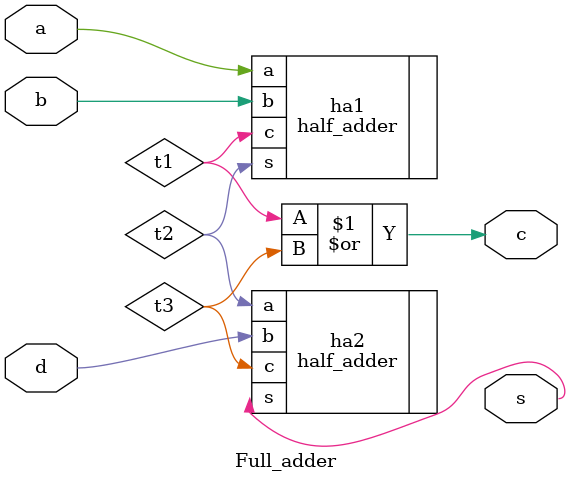
<source format=v>
`timescale 1ns / 1ps
module Full_adder(
    input a, b, d,
    output c, s
);
    wire t1, t2, t3;

    // First half-adder
    half_adder ha1(
        .a(a),
        .b(b),
        .c(t1),  // Carry output of the first half-adder
        .s(t2)   // Sum output of the first half-adder
    );

    // Second half-adder
    half_adder ha2(
        .a(t2),  // Sum from the first half-adder
        .b(d),
        .c(t3),  // Carry output of the second half-adder
        .s(s)    // Sum output of the full adder
    );

    // OR gate for carry output
    assign c = t1 | t3; // Final carry output of the full adder

endmodule


</source>
